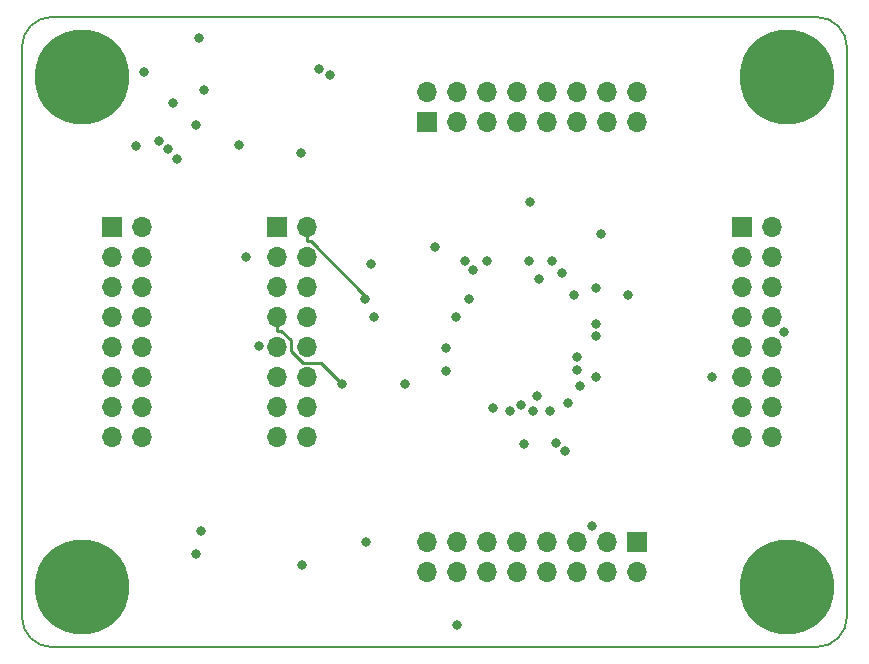
<source format=gbr>
%TF.GenerationSoftware,KiCad,Pcbnew,(5.0.0)*%
%TF.CreationDate,2019-01-27T03:15:10+01:00*%
%TF.ProjectId,AtmegaBreakout,41746D656761427265616B6F75742E6B,rev?*%
%TF.SameCoordinates,Original*%
%TF.FileFunction,Copper,L4,Bot,Mixed*%
%TF.FilePolarity,Positive*%
%FSLAX46Y46*%
G04 Gerber Fmt 4.6, Leading zero omitted, Abs format (unit mm)*
G04 Created by KiCad (PCBNEW (5.0.0)) date 01/27/19 03:15:10*
%MOMM*%
%LPD*%
G01*
G04 APERTURE LIST*
%ADD10C,0.200000*%
%ADD11C,8.000000*%
%ADD12R,1.700000X1.700000*%
%ADD13O,1.700000X1.700000*%
%ADD14C,0.800000*%
%ADD15C,0.250000*%
G04 APERTURE END LIST*
D10*
X142240000Y-58420000D02*
X142240000Y-106680000D01*
X74930000Y-55880000D02*
X139700000Y-55880000D01*
X72390000Y-106680000D02*
X72390000Y-58420000D01*
X139700000Y-109220000D02*
X74930000Y-109220000D01*
X72390000Y-58420000D02*
G75*
G02X74930000Y-55880000I2540000J0D01*
G01*
X74930000Y-109220000D02*
G75*
G02X72390000Y-106680000I0J2540000D01*
G01*
X142240000Y-106680000D02*
G75*
G02X139700000Y-109220000I-2540000J0D01*
G01*
X139700000Y-55880000D02*
G75*
G02X142240000Y-58420000I0J-2540000D01*
G01*
D11*
X137160000Y-104140000D03*
X137160000Y-60960000D03*
X77470000Y-104140000D03*
X77470000Y-60960000D03*
D12*
X106680000Y-64770000D03*
D13*
X106680000Y-62230000D03*
X109220000Y-64770000D03*
X109220000Y-62230000D03*
X111760000Y-64770000D03*
X111760000Y-62230000D03*
X114300000Y-64770000D03*
X114300000Y-62230000D03*
X116840000Y-64770000D03*
X116840000Y-62230000D03*
X119380000Y-64770000D03*
X119380000Y-62230000D03*
X121920000Y-64770000D03*
X121920000Y-62230000D03*
X124460000Y-64770000D03*
X124460000Y-62230000D03*
D12*
X80010000Y-73660000D03*
D13*
X82550000Y-73660000D03*
X80010000Y-76200000D03*
X82550000Y-76200000D03*
X80010000Y-78740000D03*
X82550000Y-78740000D03*
X80010000Y-81280000D03*
X82550000Y-81280000D03*
X80010000Y-83820000D03*
X82550000Y-83820000D03*
X80010000Y-86360000D03*
X82550000Y-86360000D03*
X80010000Y-88900000D03*
X82550000Y-88900000D03*
X80010000Y-91440000D03*
X82550000Y-91440000D03*
D12*
X93980000Y-73660000D03*
D13*
X96520000Y-73660000D03*
X93980000Y-76200000D03*
X96520000Y-76200000D03*
X93980000Y-78740000D03*
X96520000Y-78740000D03*
X93980000Y-81280000D03*
X96520000Y-81280000D03*
X93980000Y-83820000D03*
X96520000Y-83820000D03*
X93980000Y-86360000D03*
X96520000Y-86360000D03*
X93980000Y-88900000D03*
X96520000Y-88900000D03*
X93980000Y-91440000D03*
X96520000Y-91440000D03*
D12*
X133350000Y-73660000D03*
D13*
X135890000Y-73660000D03*
X133350000Y-76200000D03*
X135890000Y-76200000D03*
X133350000Y-78740000D03*
X135890000Y-78740000D03*
X133350000Y-81280000D03*
X135890000Y-81280000D03*
X133350000Y-83820000D03*
X135890000Y-83820000D03*
X133350000Y-86360000D03*
X135890000Y-86360000D03*
X133350000Y-88900000D03*
X135890000Y-88900000D03*
X133350000Y-91440000D03*
X135890000Y-91440000D03*
D12*
X124460000Y-100330000D03*
D13*
X124460000Y-102870000D03*
X121920000Y-100330000D03*
X121920000Y-102870000D03*
X119380000Y-100330000D03*
X119380000Y-102870000D03*
X116840000Y-100330000D03*
X116840000Y-102870000D03*
X114300000Y-100330000D03*
X114300000Y-102870000D03*
X111760000Y-100330000D03*
X111760000Y-102870000D03*
X109220000Y-100330000D03*
X109220000Y-102870000D03*
X106680000Y-100330000D03*
X106680000Y-102870000D03*
D14*
X102196100Y-81280000D03*
X92439300Y-83725300D03*
X136933700Y-82550000D03*
X110550800Y-77308400D03*
X118132500Y-77548000D03*
X82721900Y-60574100D03*
X116040600Y-87969100D03*
X96137000Y-102278700D03*
X109261200Y-107352800D03*
X112268400Y-88959300D03*
X111768000Y-76563200D03*
X109870600Y-76565000D03*
X104808300Y-86974000D03*
X120985800Y-81895900D03*
X120973800Y-82909900D03*
X110237500Y-79730100D03*
X91337500Y-76200000D03*
X109130100Y-81307100D03*
X118643000Y-88586100D03*
X119118400Y-79409200D03*
X118378300Y-92643500D03*
X101939300Y-76808500D03*
X87835700Y-62055600D03*
X101477800Y-79748800D03*
X108319200Y-83893000D03*
X99524700Y-86971700D03*
X101552900Y-100316400D03*
X115674700Y-89238700D03*
X114667800Y-88694500D03*
X114866200Y-92051200D03*
X120992200Y-86393000D03*
X130810000Y-86360000D03*
X119634000Y-87122000D03*
X119380000Y-85725000D03*
X119431300Y-84644000D03*
X120987000Y-78790800D03*
X121408400Y-74228300D03*
X120643000Y-98934500D03*
X123698900Y-79393000D03*
X113755100Y-89235000D03*
X108327900Y-85893000D03*
X117628500Y-91964600D03*
X117143000Y-89207900D03*
X107330800Y-75341200D03*
X115394800Y-71544100D03*
X115348100Y-76563200D03*
X116136500Y-78058600D03*
X117299200Y-76569200D03*
X87140000Y-101344300D03*
X84727500Y-67029700D03*
X96003400Y-67417700D03*
X85210500Y-63165700D03*
X82083500Y-66826200D03*
X87122000Y-65024000D03*
X87376000Y-57658000D03*
X97519400Y-60289700D03*
X85541300Y-67933300D03*
X98438600Y-60815100D03*
X83972700Y-66348700D03*
X87560900Y-99395700D03*
X90801400Y-66702800D03*
D15*
X101477800Y-79748800D02*
X101477800Y-79466100D01*
X101477800Y-79466100D02*
X96847000Y-74835300D01*
X96847000Y-74835300D02*
X96520000Y-74835300D01*
X96520000Y-73660000D02*
X96520000Y-74835300D01*
X93980000Y-81280000D02*
X93980000Y-82455300D01*
X93980000Y-82455300D02*
X94347400Y-82455300D01*
X94347400Y-82455300D02*
X95155300Y-83263200D01*
X95155300Y-83263200D02*
X95155300Y-84171800D01*
X95155300Y-84171800D02*
X96168100Y-85184600D01*
X96168100Y-85184600D02*
X97737600Y-85184600D01*
X97737600Y-85184600D02*
X99524700Y-86971700D01*
M02*

</source>
